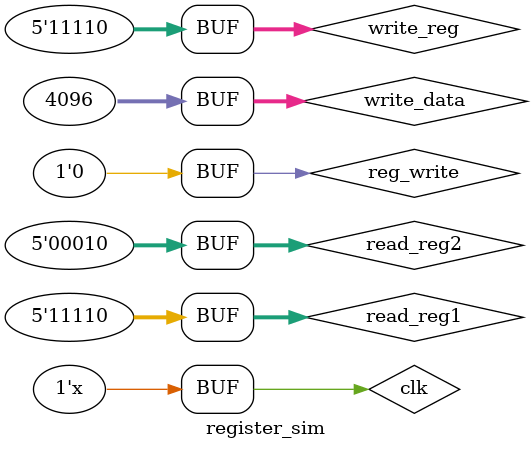
<source format=v>
`timescale 1ns / 1ps

module register_sim();
    reg clk, reg_write;
    reg [4:0] read_reg1, read_reg2, write_reg;
    reg [31:0] write_data;
    wire [31:0] read_data1, read_data2;
    
    registers uut(clk, reg_write, read_reg1, read_reg2, write_reg, write_data,
                read_data1, read_data2);
                
    always #10 clk = !clk;
    
    initial begin
        clk = 1;
        reg_write = 1; read_reg1 = 13; read_reg2 = 3; write_reg = 20; write_data = 1024; #20;
        reg_write = 0; read_reg1 = 20; read_reg2 = 15; write_reg = 15; write_data = 1024; #20;
        reg_write = 1; read_reg1 = 31; read_reg2 = 13; write_reg = 2; write_data = 2048; #20;
        reg_write = 0; read_reg1 = 5; read_reg2 = 2; write_reg = 2; write_data = 4096; #20;
        reg_write = 1; read_reg1 = 2; read_reg2 = 15; write_reg = 30; write_data = 4096; #20;
        reg_write = 0; read_reg1 = 30; read_reg2 = 2; write_reg = 30; write_data = 4096; #20;
    end
endmodule

</source>
